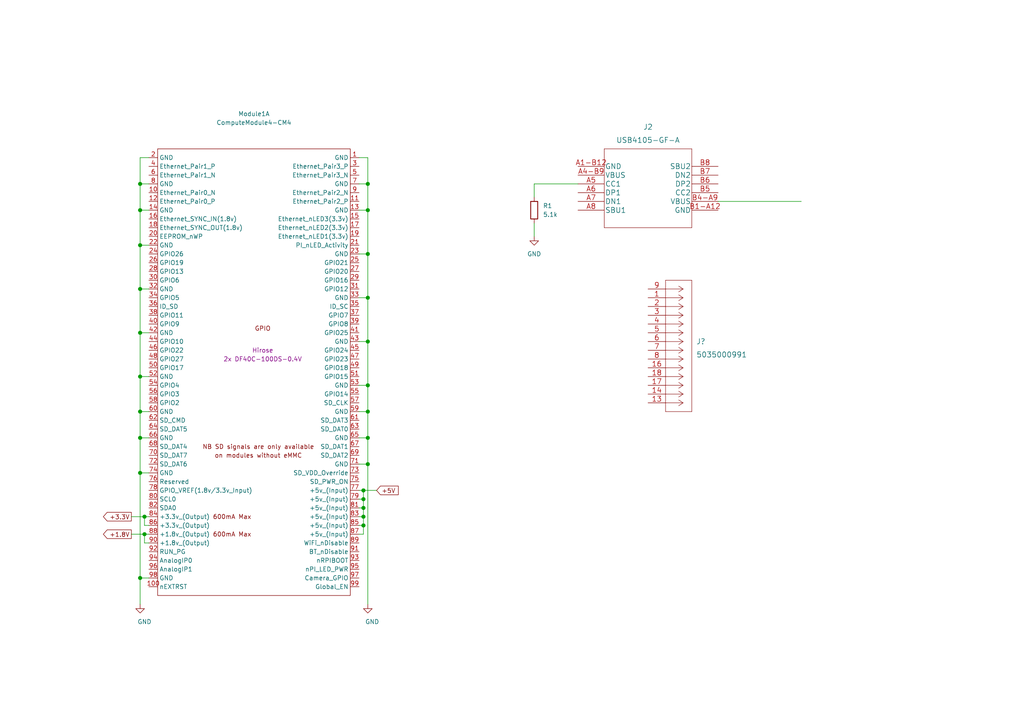
<source format=kicad_sch>
(kicad_sch (version 20211123) (generator eeschema)
  (paper "A4")
  (title_block (title "Raspberry Pi Compute Module 4 DVGrabber") (date "2022-05-10") (rev "v01") (comment 2 "creativecommons.org/licenses/by-sa/4.0") (comment 3 "License: CC BY 4.0") (comment 4 "Author: Ben Sumner"))
  (lib_symbols
    (symbol "5035000991:5035000991" (pin_names (offset 0.254) hide)
      (property "Reference" "J" (at 8.89 6.35 0))
      (property "Value" "5035000991" (at 10.16 -15.24 0))
      (symbol "5035000991_1_1"
        (polyline (pts (xy 5.08 -35.56) (xy 12.7 -35.56)) (stroke (width 0.127)))
        (polyline (pts (xy 5.08 2.54) (xy 5.08 -35.56)) (stroke (width 0.127)))
        (polyline (pts (xy 10.16 -33.02) (xy 5.08 -33.02)) (stroke (width 0.127)))
        (polyline (pts (xy 10.16 -33.02) (xy 8.89 -33.8582)) (stroke (width 0.127)))
        (polyline (pts (xy 10.16 -33.02) (xy 8.89 -32.1818)) (stroke (width 0.127)))
        (polyline (pts (xy 10.16 -30.48) (xy 5.08 -30.48)) (stroke (width 0.127)))
        (polyline (pts (xy 10.16 -30.48) (xy 8.89 -31.3182)) (stroke (width 0.127)))
        (polyline (pts (xy 10.16 -30.48) (xy 8.89 -29.6418)) (stroke (width 0.127)))
        (polyline (pts (xy 10.16 -27.94) (xy 5.08 -27.94)) (stroke (width 0.127)))
        (polyline (pts (xy 10.16 -27.94) (xy 8.89 -28.7782)) (stroke (width 0.127)))
        (polyline (pts (xy 10.16 -27.94) (xy 8.89 -27.1018)) (stroke (width 0.127)))
        (polyline (pts (xy 10.16 -25.4) (xy 5.08 -25.4)) (stroke (width 0.127)))
        (polyline (pts (xy 10.16 -25.4) (xy 8.89 -26.2382)) (stroke (width 0.127)))
        (polyline (pts (xy 10.16 -25.4) (xy 8.89 -24.5618)) (stroke (width 0.127)))
        (polyline (pts (xy 10.16 -22.86) (xy 5.08 -22.86)) (stroke (width 0.127)))
        (polyline (pts (xy 10.16 -22.86) (xy 8.89 -23.6982)) (stroke (width 0.127)))
        (polyline (pts (xy 10.16 -22.86) (xy 8.89 -22.0218)) (stroke (width 0.127)))
        (polyline (pts (xy 10.16 -20.32) (xy 5.08 -20.32)) (stroke (width 0.127)))
        (polyline (pts (xy 10.16 -20.32) (xy 8.89 -21.1582)) (stroke (width 0.127)))
        (polyline (pts (xy 10.16 -20.32) (xy 8.89 -19.4818)) (stroke (width 0.127)))
        (polyline (pts (xy 10.16 -17.78) (xy 5.08 -17.78)) (stroke (width 0.127)))
        (polyline (pts (xy 10.16 -17.78) (xy 8.89 -18.6182)) (stroke (width 0.127)))
        (polyline (pts (xy 10.16 -17.78) (xy 8.89 -16.9418)) (stroke (width 0.127)))
        (polyline (pts (xy 10.16 -15.24) (xy 5.08 -15.24)) (stroke (width 0.127)))
        (polyline (pts (xy 10.16 -15.24) (xy 8.89 -16.0782)) (stroke (width 0.127)))
        (polyline (pts (xy 10.16 -15.24) (xy 8.89 -14.4018)) (stroke (width 0.127)))
        (polyline (pts (xy 10.16 -12.7) (xy 5.08 -12.7)) (stroke (width 0.127)))
        (polyline (pts (xy 10.16 -12.7) (xy 8.89 -13.5382)) (stroke (width 0.127)))
        (polyline (pts (xy 10.16 -12.7) (xy 8.89 -11.8618)) (stroke (width 0.127)))
        (polyline (pts (xy 10.16 -10.16) (xy 5.08 -10.16)) (stroke (width 0.127)))
        (polyline (pts (xy 10.16 -10.16) (xy 8.89 -10.9982)) (stroke (width 0.127)))
        (polyline (pts (xy 10.16 -10.16) (xy 8.89 -9.3218)) (stroke (width 0.127)))
        (polyline (pts (xy 10.16 -7.62) (xy 5.08 -7.62)) (stroke (width 0.127)))
        (polyline (pts (xy 10.16 -7.62) (xy 8.89 -8.4582)) (stroke (width 0.127)))
        (polyline (pts (xy 10.16 -7.62) (xy 8.89 -6.7818)) (stroke (width 0.127)))
        (polyline (pts (xy 10.16 -5.08) (xy 5.08 -5.08)) (stroke (width 0.127)))
        (polyline (pts (xy 10.16 -5.08) (xy 8.89 -5.9182)) (stroke (width 0.127)))
        (polyline (pts (xy 10.16 -5.08) (xy 8.89 -4.2418)) (stroke (width 0.127)))
        (polyline (pts (xy 10.16 -2.54) (xy 5.08 -2.54)) (stroke (width 0.127)))
        (polyline (pts (xy 10.16 -2.54) (xy 8.89 -3.3782)) (stroke (width 0.127)))
        (polyline (pts (xy 10.16 -2.54) (xy 8.89 -1.7018)) (stroke (width 0.127)))
        (polyline (pts (xy 10.16 0) (xy 5.08 0)) (stroke (width 0.127)))
        (polyline (pts (xy 10.16 0) (xy 8.89 -0.8382)) (stroke (width 0.127)))
        (polyline (pts (xy 10.16 0) (xy 8.89 0.8382)) (stroke (width 0.127)))
        (polyline (pts (xy 12.7 -35.56) (xy 12.7 2.54)) (stroke (width 0.127)))
        (polyline (pts (xy 12.7 2.54) (xy 5.08 2.54)) (stroke (width 0.127)))
        (pin unspecified line (at 0 -2.54 0) (length 5.08) (name "1") (number "1"))
        (pin unspecified line (at 0 -33.02 0) (length 5.08) (name "13") (number "13"))
        (pin unspecified line (at 0 -30.48 0) (length 5.08) (name "14") (number "14"))
        (pin unspecified line (at 0 -22.86 0) (length 5.08) (name "16") (number "16"))
        (pin unspecified line (at 0 -27.94 0) (length 5.08) (name "17") (number "17"))
        (pin unspecified line (at 0 -25.4 0) (length 5.08) (name "18") (number "18"))
        (pin unspecified line (at 0 -5.08 0) (length 5.08) (name "2") (number "2"))
        (pin unspecified line (at 0 -7.62 0) (length 5.08) (name "3") (number "3"))
        (pin unspecified line (at 0 -10.16 0) (length 5.08) (name "4") (number "4"))
        (pin unspecified line (at 0 -12.7 0) (length 5.08) (name "5") (number "5"))
        (pin unspecified line (at 0 -15.24 0) (length 5.08) (name "6") (number "6"))
        (pin unspecified line (at 0 -17.78 0) (length 5.08) (name "7") (number "7"))
        (pin unspecified line (at 0 -20.32 0) (length 5.08) (name "8") (number "8"))
        (pin unspecified line (at 0 0 0) (length 5.08) (name "9") (number "9"))
      )
    )
    (symbol "CM4IO:ComputeModule4-CM4"
      (property "Reference" "Module" (at 113.03 -68.58 0))
      (property "Value" "ComputeModule4-CM4" (at 140.97 2.54 0))
      (property "Manufacturer" "Hirose" (at 0 0 0))
      (property "MPN" "2x DF40C-100DS-0.4V" (at 0 -2.54 0))
      (property "MPN (Alt)" "2x DF40HC(3.0)-100DS-0.4V" (at 0 0 0))
      (symbol "ComputeModule4-CM4_1_0"
        (text "GPIO" (at 0 6.35 0) (effects (font (size 1.27 1.27))))
      )
      (symbol "ComputeModule4-CM4_1_1"
        (rectangle (start -30.48 -71.12) (end 25.4 58.42))
        (text "600mA Max" (at -8.89 -53.34 0) (effects (font (size 1.27 1.27))))
        (text "600mA Max" (at -8.89 -48.26 0) (effects (font (size 1.27 1.27))))
        (text "NB SD signals are only available" (at -1.27 -27.94 0) (effects (font (size 1.27 1.27))))
        (text "on modules without eMMC" (at -1.27 -30.48 0) (effects (font (size 1.27 1.27))))
        (pin power_in line (at 27.94 55.88 180) (length 2.54) (name "GND") (number "1"))
        (pin passive line (at -33.02 45.72 0) (length 2.54) (name "Ethernet_Pair0_N") (number "10"))
        (pin output line (at -33.02 -68.58 0) (length 2.54) (name "nEXTRST") (number "100"))
        (pin passive line (at 27.94 43.18 180) (length 2.54) (name "Ethernet_Pair2_P") (number "11"))
        (pin passive line (at -33.02 43.18 0) (length 2.54) (name "Ethernet_Pair0_P") (number "12"))
        (pin power_in line (at 27.94 40.64 180) (length 2.54) (name "GND") (number "13"))
        (pin power_in line (at -33.02 40.64 0) (length 2.54) (name "GND") (number "14"))
        (pin output line (at 27.94 38.1 180) (length 2.54) (name "Ethernet_nLED3(3.3v)") (number "15"))
        (pin input line (at -33.02 38.1 0) (length 2.54) (name "Ethernet_SYNC_IN(1.8v)") (number "16"))
        (pin output line (at 27.94 35.56 180) (length 2.54) (name "Ethernet_nLED2(3.3v)") (number "17"))
        (pin input line (at -33.02 35.56 0) (length 2.54) (name "Ethernet_SYNC_OUT(1.8v)") (number "18"))
        (pin output line (at 27.94 33.02 180) (length 2.54) (name "Ethernet_nLED1(3.3v)") (number "19"))
        (pin power_in line (at -33.02 55.88 0) (length 2.54) (name "GND") (number "2"))
        (pin passive line (at -33.02 33.02 0) (length 2.54) (name "EEPROM_nWP") (number "20"))
        (pin open_collector line (at 27.94 30.48 180) (length 2.54) (name "PI_nLED_Activity") (number "21"))
        (pin power_in line (at -33.02 30.48 0) (length 2.54) (name "GND") (number "22"))
        (pin power_in line (at 27.94 27.94 180) (length 2.54) (name "GND") (number "23"))
        (pin passive line (at -33.02 27.94 0) (length 2.54) (name "GPIO26") (number "24"))
        (pin passive line (at 27.94 25.4 180) (length 2.54) (name "GPIO21") (number "25"))
        (pin passive line (at -33.02 25.4 0) (length 2.54) (name "GPIO19") (number "26"))
        (pin passive line (at 27.94 22.86 180) (length 2.54) (name "GPIO20") (number "27"))
        (pin passive line (at -33.02 22.86 0) (length 2.54) (name "GPIO13") (number "28"))
        (pin passive line (at 27.94 20.32 180) (length 2.54) (name "GPIO16") (number "29"))
        (pin passive line (at 27.94 53.34 180) (length 2.54) (name "Ethernet_Pair3_P") (number "3"))
        (pin passive line (at -33.02 20.32 0) (length 2.54) (name "GPIO6") (number "30"))
        (pin passive line (at 27.94 17.78 180) (length 2.54) (name "GPIO12") (number "31"))
        (pin power_in line (at -33.02 17.78 0) (length 2.54) (name "GND") (number "32"))
        (pin power_in line (at 27.94 15.24 180) (length 2.54) (name "GND") (number "33"))
        (pin passive line (at -33.02 15.24 0) (length 2.54) (name "GPIO5") (number "34"))
        (pin passive line (at 27.94 12.7 180) (length 2.54) (name "ID_SC") (number "35"))
        (pin passive line (at -33.02 12.7 0) (length 2.54) (name "ID_SD") (number "36"))
        (pin passive line (at 27.94 10.16 180) (length 2.54) (name "GPIO7") (number "37"))
        (pin passive line (at -33.02 10.16 0) (length 2.54) (name "GPIO11") (number "38"))
        (pin passive line (at 27.94 7.62 180) (length 2.54) (name "GPIO8") (number "39"))
        (pin passive line (at -33.02 53.34 0) (length 2.54) (name "Ethernet_Pair1_P") (number "4"))
        (pin passive line (at -33.02 7.62 0) (length 2.54) (name "GPIO9") (number "40"))
        (pin passive line (at 27.94 5.08 180) (length 2.54) (name "GPIO25") (number "41"))
        (pin power_in line (at -33.02 5.08 0) (length 2.54) (name "GND") (number "42"))
        (pin power_in line (at 27.94 2.54 180) (length 2.54) (name "GND") (number "43"))
        (pin passive line (at -33.02 2.54 0) (length 2.54) (name "GPIO10") (number "44"))
        (pin passive line (at 27.94 0 180) (length 2.54) (name "GPIO24") (number "45"))
        (pin passive line (at -33.02 0 0) (length 2.54) (name "GPIO22") (number "46"))
        (pin passive line (at 27.94 -2.54 180) (length 2.54) (name "GPIO23") (number "47"))
        (pin passive line (at -33.02 -2.54 0) (length 2.54) (name "GPIO27") (number "48"))
        (pin passive line (at 27.94 -5.08 180) (length 2.54) (name "GPIO18") (number "49"))
        (pin passive line (at 27.94 50.8 180) (length 2.54) (name "Ethernet_Pair3_N") (number "5"))
        (pin passive line (at -33.02 -5.08 0) (length 2.54) (name "GPIO17") (number "50"))
        (pin passive line (at 27.94 -7.62 180) (length 2.54) (name "GPIO15") (number "51"))
        (pin power_in line (at -33.02 -7.62 0) (length 2.54) (name "GND") (number "52"))
        (pin power_in line (at 27.94 -10.16 180) (length 2.54) (name "GND") (number "53"))
        (pin passive line (at -33.02 -10.16 0) (length 2.54) (name "GPIO4") (number "54"))
        (pin passive line (at 27.94 -12.7 180) (length 2.54) (name "GPIO14") (number "55"))
        (pin passive line (at -33.02 -12.7 0) (length 2.54) (name "GPIO3") (number "56"))
        (pin passive line (at 27.94 -15.24 180) (length 2.54) (name "SD_CLK") (number "57"))
        (pin passive line (at -33.02 -15.24 0) (length 2.54) (name "GPIO2") (number "58"))
        (pin power_in line (at 27.94 -17.78 180) (length 2.54) (name "GND") (number "59"))
        (pin passive line (at -33.02 50.8 0) (length 2.54) (name "Ethernet_Pair1_N") (number "6"))
        (pin power_in line (at -33.02 -17.78 0) (length 2.54) (name "GND") (number "60"))
        (pin passive line (at 27.94 -20.32 180) (length 2.54) (name "SD_DAT3") (number "61"))
        (pin passive line (at -33.02 -20.32 0) (length 2.54) (name "SD_CMD") (number "62"))
        (pin passive line (at 27.94 -22.86 180) (length 2.54) (name "SD_DAT0") (number "63"))
        (pin passive line (at -33.02 -22.86 0) (length 2.54) (name "SD_DAT5") (number "64"))
        (pin power_in line (at 27.94 -25.4 180) (length 2.54) (name "GND") (number "65"))
        (pin power_in line (at -33.02 -25.4 0) (length 2.54) (name "GND") (number "66"))
        (pin passive line (at 27.94 -27.94 180) (length 2.54) (name "SD_DAT1") (number "67"))
        (pin passive line (at -33.02 -27.94 0) (length 2.54) (name "SD_DAT4") (number "68"))
        (pin passive line (at 27.94 -30.48 180) (length 2.54) (name "SD_DAT2") (number "69"))
        (pin power_in line (at 27.94 48.26 180) (length 2.54) (name "GND") (number "7"))
        (pin passive line (at -33.02 -30.48 0) (length 2.54) (name "SD_DAT7") (number "70"))
        (pin power_in line (at 27.94 -33.02 180) (length 2.54) (name "GND") (number "71"))
        (pin passive line (at -33.02 -33.02 0) (length 2.54) (name "SD_DAT6") (number "72"))
        (pin input line (at 27.94 -35.56 180) (length 2.54) (name "SD_VDD_Override") (number "73"))
        (pin power_in line (at -33.02 -35.56 0) (length 2.54) (name "GND") (number "74"))
        (pin output line (at 27.94 -38.1 180) (length 2.54) (name "SD_PWR_ON") (number "75"))
        (pin passive line (at -33.02 -38.1 0) (length 2.54) (name "Reserved") (number "76"))
        (pin power_in line (at 27.94 -40.64 180) (length 2.54) (name "+5v_(Input)") (number "77"))
        (pin power_in line (at -33.02 -40.64 0) (length 2.54) (name "GPIO_VREF(1.8v/3.3v_Input)") (number "78"))
        (pin power_in line (at 27.94 -43.18 180) (length 2.54) (name "+5v_(Input)") (number "79"))
        (pin power_in line (at -33.02 48.26 0) (length 2.54) (name "GND") (number "8"))
        (pin passive line (at -33.02 -43.18 0) (length 2.54) (name "SCL0") (number "80"))
        (pin power_in line (at 27.94 -45.72 180) (length 2.54) (name "+5v_(Input)") (number "81"))
        (pin passive line (at -33.02 -45.72 0) (length 2.54) (name "SDA0") (number "82"))
        (pin power_in line (at 27.94 -48.26 180) (length 2.54) (name "+5v_(Input)") (number "83"))
        (pin power_out line (at -33.02 -48.26 0) (length 2.54) (name "+3.3v_(Output)") (number "84"))
        (pin power_in line (at 27.94 -50.8 180) (length 2.54) (name "+5v_(Input)") (number "85"))
        (pin power_out line (at -33.02 -50.8 0) (length 2.54) (name "+3.3v_(Output)") (number "86"))
        (pin power_in line (at 27.94 -53.34 180) (length 2.54) (name "+5v_(Input)") (number "87"))
        (pin power_out line (at -33.02 -53.34 0) (length 2.54) (name "+1.8v_(Output)") (number "88"))
        (pin power_in line (at 27.94 -55.88 180) (length 2.54) (name "WiFi_nDisable") (number "89"))
        (pin passive line (at 27.94 45.72 180) (length 2.54) (name "Ethernet_Pair2_N") (number "9"))
        (pin power_out line (at -33.02 -55.88 0) (length 2.54) (name "+1.8v_(Output)") (number "90"))
        (pin power_in line (at 27.94 -58.42 180) (length 2.54) (name "BT_nDisable") (number "91"))
        (pin passive line (at -33.02 -58.42 0) (length 2.54) (name "RUN_PG") (number "92"))
        (pin input line (at 27.94 -60.96 180) (length 2.54) (name "nRPIBOOT") (number "93"))
        (pin passive line (at -33.02 -60.96 0) (length 2.54) (name "AnalogIP0") (number "94"))
        (pin output line (at 27.94 -63.5 180) (length 2.54) (name "nPI_LED_PWR") (number "95"))
        (pin passive line (at -33.02 -63.5 0) (length 2.54) (name "AnalogIP1") (number "96"))
        (pin passive line (at 27.94 -66.04 180) (length 2.54) (name "Camera_GPIO") (number "97"))
        (pin power_in line (at -33.02 -66.04 0) (length 2.54) (name "GND") (number "98"))
        (pin input line (at 27.94 -68.58 180) (length 2.54) (name "Global_EN") (number "99"))
      )
      (symbol "ComputeModule4-CM4_2_1"
        (rectangle (start 114.3 -66.04) (end 165.1 63.5))
        (text "High Speed Serial" (at 140.97 0 0) (effects (font (size 1.27 1.27))))
        (pin input line (at 170.18 60.96 180) (length 5.08) (name "USB_OTG_ID") (number "101"))
        (pin input line (at 109.22 60.96 0) (length 5.08) (name "PCIe_CLK_nREQ") (number "102"))
        (pin passive line (at 170.18 58.42 180) (length 5.08) (name "USB2_N") (number "103"))
        (pin passive line (at 109.22 58.42 0) (length 5.08) (name "Reserved") (number "104"))
        (pin passive line (at 170.18 55.88 180) (length 5.08) (name "USB2_P") (number "105"))
        (pin passive line (at 109.22 55.88 0) (length 5.08) (name "Reserved") (number "106"))
        (pin power_in line (at 170.18 53.34 180) (length 5.08) (name "GND") (number "107"))
        (pin power_in line (at 109.22 53.34 0) (length 5.08) (name "GND") (number "108"))
        (pin bidirectional line (at 170.18 50.8 180) (length 5.08) (name "PCIe_nRST") (number "109"))
        (pin output line (at 109.22 50.8 0) (length 5.08) (name "PCIe_CLK_P") (number "110"))
        (pin passive line (at 170.18 48.26 180) (length 5.08) (name "VDAC_COMP") (number "111"))
        (pin output line (at 109.22 48.26 0) (length 5.08) (name "PCIe_CLK_N") (number "112"))
        (pin power_in line (at 170.18 45.72 180) (length 5.08) (name "GND") (number "113"))
        (pin power_in line (at 109.22 45.72 0) (length 5.08) (name "GND") (number "114"))
        (pin input line (at 170.18 43.18 180) (length 5.08) (name "CAM1_D0_N") (number "115"))
        (pin input line (at 109.22 43.18 0) (length 5.08) (name "PCIe_RX_P") (number "116"))
        (pin input line (at 170.18 40.64 180) (length 5.08) (name "CAM1_D0_P") (number "117"))
        (pin input line (at 109.22 40.64 0) (length 5.08) (name "PCIe_RX_N") (number "118"))
        (pin power_in line (at 170.18 38.1 180) (length 5.08) (name "GND") (number "119"))
        (pin power_in line (at 109.22 38.1 0) (length 5.08) (name "GND") (number "120"))
        (pin input line (at 170.18 35.56 180) (length 5.08) (name "CAM1_D1_N") (number "121"))
        (pin output line (at 109.22 35.56 0) (length 5.08) (name "PCIe_TX_P") (number "122"))
        (pin input line (at 170.18 33.02 180) (length 5.08) (name "CAM1_D1_P") (number "123"))
        (pin output line (at 109.22 33.02 0) (length 5.08) (name "PCIe_TX_N") (number "124"))
        (pin power_in line (at 170.18 30.48 180) (length 5.08) (name "GND") (number "125"))
        (pin power_in line (at 109.22 30.48 0) (length 5.08) (name "GND") (number "126"))
        (pin input line (at 170.18 27.94 180) (length 5.08) (name "CAM1_C_N") (number "127"))
        (pin input line (at 109.22 27.94 0) (length 5.08) (name "CAM0_D0_N") (number "128"))
        (pin input line (at 170.18 25.4 180) (length 5.08) (name "CAM1_C_P") (number "129"))
        (pin input line (at 109.22 25.4 0) (length 5.08) (name "CAM0_D0_P") (number "130"))
        (pin power_in line (at 170.18 22.86 180) (length 5.08) (name "GND") (number "131"))
        (pin power_in line (at 109.22 22.86 0) (length 5.08) (name "GND") (number "132"))
        (pin input line (at 170.18 20.32 180) (length 5.08) (name "CAM1_D2_N") (number "133"))
        (pin input line (at 109.22 20.32 0) (length 5.08) (name "CAM0_D1_N") (number "134"))
        (pin input line (at 170.18 17.78 180) (length 5.08) (name "CAM1_D2_P") (number "135"))
        (pin input line (at 109.22 17.78 0) (length 5.08) (name "CAM0_D1_P") (number "136"))
        (pin power_in line (at 170.18 15.24 180) (length 5.08) (name "GND") (number "137"))
        (pin power_in line (at 109.22 15.24 0) (length 5.08) (name "GND") (number "138"))
        (pin input line (at 170.18 12.7 180) (length 5.08) (name "CAM1_D3_N") (number "139"))
        (pin input line (at 109.22 12.7 0) (length 5.08) (name "CAM0_C_N") (number "140"))
        (pin input line (at 170.18 10.16 180) (length 5.08) (name "CAM1_D3_P") (number "141"))
        (pin input line (at 109.22 10.16 0) (length 5.08) (name "CAM0_C_P") (number "142"))
        (pin input line (at 170.18 7.62 180) (length 5.08) (name "HDMI1_HOTPLUG") (number "143"))
        (pin power_in line (at 109.22 7.62 0) (length 5.08) (name "GND") (number "144"))
        (pin bidirectional line (at 170.18 5.08 180) (length 5.08) (name "HDMI1_SDA") (number "145"))
        (pin output line (at 109.22 5.08 0) (length 5.08) (name "HDMI1_TX2_P") (number "146"))
        (pin open_collector line (at 170.18 2.54 180) (length 5.08) (name "HDMI1_SCL") (number "147"))
        (pin output line (at 109.22 2.54 0) (length 5.08) (name "HDMI1_TX2_N") (number "148"))
        (pin open_collector line (at 170.18 0 180) (length 5.08) (name "HDMI1_CEC") (number "149"))
        (pin power_in line (at 109.22 0 0) (length 5.08) (name "GND") (number "150"))
        (pin open_collector line (at 170.18 -2.54 180) (length 5.08) (name "HDMI0_CEC") (number "151"))
        (pin output line (at 109.22 -2.54 0) (length 5.08) (name "HDMI1_TX1_P") (number "152"))
        (pin input line (at 170.18 -5.08 180) (length 5.08) (name "HDMI0_HOTPLUG") (number "153"))
        (pin output line (at 109.22 -5.08 0) (length 5.08) (name "HDMI1_TX1_N") (number "154"))
        (pin power_in line (at 170.18 -7.62 180) (length 5.08) (name "GND") (number "155"))
        (pin power_in line (at 109.22 -7.62 0) (length 5.08) (name "GND") (number "156"))
        (pin output line (at 170.18 -10.16 180) (length 5.08) (name "DSI0_D0_N") (number "157"))
        (pin output line (at 109.22 -10.16 0) (length 5.08) (name "HDMI1_TX0_P") (number "158"))
        (pin output line (at 170.18 -12.7 180) (length 5.08) (name "DSI0_D0_P") (number "159"))
        (pin output line (at 109.22 -12.7 0) (length 5.08) (name "HDMI1_TX0_N") (number "160"))
        (pin power_in line (at 170.18 -15.24 180) (length 5.08) (name "GND") (number "161"))
        (pin power_in line (at 109.22 -15.24 0) (length 5.08) (name "GND") (number "162"))
        (pin output line (at 170.18 -17.78 180) (length 5.08) (name "DSI0_D1_N") (number "163"))
        (pin output line (at 109.22 -17.78 0) (length 5.08) (name "HDMI1_CLK_P") (number "164"))
        (pin output line (at 170.18 -20.32 180) (length 5.08) (name "DSI0_D1_P") (number "165"))
        (pin output line (at 109.22 -20.32 0) (length 5.08) (name "HDMI1_CLK_N") (number "166"))
        (pin power_in line (at 170.18 -22.86 180) (length 5.08) (name "GND") (number "167"))
        (pin power_in line (at 109.22 -22.86 0) (length 5.08) (name "GND") (number "168"))
        (pin output line (at 170.18 -25.4 180) (length 5.08) (name "DSI0_C_N") (number "169"))
        (pin output line (at 109.22 -25.4 0) (length 5.08) (name "HDMI0_TX2_P") (number "170"))
        (pin output line (at 170.18 -27.94 180) (length 5.08) (name "DSI0_C_P") (number "171"))
        (pin output line (at 109.22 -27.94 0) (length 5.08) (name "HDMI0_TX2_N") (number "172"))
        (pin power_in line (at 170.18 -30.48 180) (length 5.08) (name "GND") (number "173"))
        (pin power_in line (at 109.22 -30.48 0) (length 5.08) (name "GND") (number "174"))
        (pin output line (at 170.18 -33.02 180) (length 5.08) (name "DSI1_D0_N") (number "175"))
        (pin output line (at 109.22 -33.02 0) (length 5.08) (name "HDMI0_TX1_P") (number "176"))
        (pin output line (at 170.18 -35.56 180) (length 5.08) (name "DSI1_D0_P") (number "177"))
        (pin output line (at 109.22 -35.56 0) (length 5.08) (name "HDMI0_TX1_N") (number "178"))
        (pin power_in line (at 170.18 -38.1 180) (length 5.08) (name "GND") (number "179"))
        (pin power_in line (at 109.22 -38.1 0) (length 5.08) (name "GND") (number "180"))
        (pin output line (at 170.18 -40.64 180) (length 5.08) (name "DSI1_D1_N") (number "181"))
        (pin output line (at 109.22 -40.64 0) (length 5.08) (name "HDMI0_TX0_P") (number "182"))
        (pin output line (at 170.18 -43.18 180) (length 5.08) (name "DSI1_D1_P") (number "183"))
        (pin output line (at 109.22 -43.18 0) (length 5.08) (name "HDMI0_TX0_N") (number "184"))
        (pin power_in line (at 170.18 -45.72 180) (length 5.08) (name "GND") (number "185"))
        (pin power_in line (at 109.22 -45.72 0) (length 5.08) (name "GND") (number "186"))
        (pin output line (at 170.18 -48.26 180) (length 5.08) (name "DSI1_C_N") (number "187"))
        (pin output line (at 109.22 -48.26 0) (length 5.08) (name "HDMI0_CLK_P") (number "188"))
        (pin output line (at 170.18 -50.8 180) (length 5.08) (name "DSI1_C_P") (number "189"))
        (pin output line (at 109.22 -50.8 0) (length 5.08) (name "HDMI0_CLK_N") (number "190"))
        (pin power_in line (at 170.18 -53.34 180) (length 5.08) (name "GND") (number "191"))
        (pin power_in line (at 109.22 -53.34 0) (length 5.08) (name "GND") (number "192"))
        (pin output line (at 170.18 -55.88 180) (length 5.08) (name "DSI1_D2_N") (number "193"))
        (pin output line (at 109.22 -55.88 0) (length 5.08) (name "DSI1_D3_N") (number "194"))
        (pin output line (at 170.18 -58.42 180) (length 5.08) (name "DSI1_D2_P") (number "195"))
        (pin output line (at 109.22 -58.42 0) (length 5.08) (name "DSI1_D3_P") (number "196"))
        (pin power_in line (at 170.18 -60.96 180) (length 5.08) (name "GND") (number "197"))
        (pin power_in line (at 109.22 -60.96 0) (length 5.08) (name "GND") (number "198"))
        (pin bidirectional line (at 170.18 -63.5 180) (length 5.08) (name "HDMI0_SDA") (number "199"))
        (pin open_collector line (at 109.22 -63.5 0) (length 5.08) (name "HDMI0_SCL") (number "200"))
      )
    )
    (symbol "Device:R" (pin_numbers hide) (pin_names (offset 0))
      (property "Reference" "R" (at 2.032 0 90))
      (property "Value" "R" (at 0 0 90))
      (symbol "R_0_1"
        (rectangle (start -1.016 -2.54) (end 1.016 2.54) (stroke (width 0.254)))
      )
      (symbol "R_1_1"
        (pin passive line (at 0 3.81 270) (length 1.27) (name "~") (number "1"))
        (pin passive line (at 0 -3.81 90) (length 1.27) (name "~") (number "2"))
      )
    )
    (symbol "USB4105-GF-A:USB4105-GF-A" (pin_names (offset 0.254))
      (property "Reference" "J" (at 20.32 10.16 0))
      (property "Value" "USB4105-GF-A" (at 20.32 7.62 0))
      (symbol "USB4105-GF-A_1_1"
        (polyline (pts (xy 7.62 -17.78) (xy 33.02 -17.78)) (stroke (width 0.127)))
        (polyline (pts (xy 7.62 5.08) (xy 7.62 -17.78)) (stroke (width 0.127)))
        (polyline (pts (xy 33.02 -17.78) (xy 33.02 5.08)) (stroke (width 0.127)))
        (polyline (pts (xy 33.02 5.08) (xy 7.62 5.08)) (stroke (width 0.127)))
        (pin power_in line (at 0 0 0) (length 7.62) (name "GND") (number "A1-B12"))
        (pin power_in line (at 0 -2.54 0) (length 7.62) (name "VBUS") (number "A4-B9"))
        (pin bidirectional line (at 0 -5.08 0) (length 7.62) (name "CC1") (number "A5"))
        (pin bidirectional line (at 0 -7.62 0) (length 7.62) (name "DP1") (number "A6"))
        (pin bidirectional line (at 0 -10.16 0) (length 7.62) (name "DN1") (number "A7"))
        (pin bidirectional line (at 0 -12.7 0) (length 7.62) (name "SBU1") (number "A8"))
        (pin power_in line (at 40.64 -12.7 180) (length 7.62) (name "GND") (number "B1-A12"))
        (pin power_in line (at 40.64 -10.16 180) (length 7.62) (name "VBUS") (number "B4-A9"))
        (pin bidirectional line (at 40.64 -7.62 180) (length 7.62) (name "CC2") (number "B5"))
        (pin bidirectional line (at 40.64 -5.08 180) (length 7.62) (name "DP2") (number "B6"))
        (pin bidirectional line (at 40.64 -2.54 180) (length 7.62) (name "DN2") (number "B7"))
        (pin bidirectional line (at 40.64 0 180) (length 7.62) (name "SBU2") (number "B8"))
      )
    )
    (symbol "power:GND" (power) (pin_names (offset 0))
      (property "Value" "GND" (at 0 -3.81 0))
      (symbol "GND_0_1"
        (polyline (pts (xy 0 0) (xy 0 -1.27) (xy 1.27 -1.27) (xy 0 -2.54) (xy -1.27 -1.27) (xy 0 -1.27)))
      )
      (symbol "GND_1_1"
        (pin power_in line (at 0 0 270) (length 0) hide (name "GND") (number "1"))
      )
    )
  )
  (junction (at 106.68 119.38) (diameter 1.016))
  (junction (at 40.64 53.34) (diameter 1.016))
  (junction (at 41.91 154.94) (diameter 1.016))
  (junction (at 105.41 149.86) (diameter 1.016))
  (junction (at 40.64 167.64) (diameter 1.016))
  (junction (at 106.68 111.76) (diameter 1.016))
  (junction (at 105.41 152.4) (diameter 1.016))
  (junction (at 40.64 109.22) (diameter 1.016))
  (junction (at 41.91 149.86) (diameter 1.016))
  (junction (at 40.64 137.16) (diameter 1.016))
  (junction (at 105.41 142.24) (diameter 1.016))
  (junction (at 40.64 119.38) (diameter 1.016))
  (junction (at 106.68 73.66) (diameter 1.016))
  (junction (at 106.68 99.06) (diameter 1.016))
  (junction (at 40.64 96.52) (diameter 1.016))
  (junction (at 40.64 83.82) (diameter 1.016))
  (junction (at 40.64 71.12) (diameter 1.016))
  (junction (at 40.64 60.96) (diameter 1.016))
  (junction (at 40.64 127) (diameter 1.016))
  (junction (at 106.68 86.36) (diameter 1.016))
  (junction (at 106.68 60.96) (diameter 1.016))
  (junction (at 106.68 53.34) (diameter 1.016))
  (junction (at 106.68 127) (diameter 1.016))
  (junction (at 105.41 144.78) (diameter 1.016))
  (junction (at 106.68 134.62) (diameter 1.016))
  (junction (at 105.41 147.32) (diameter 1.016))
  (wire (pts (xy 106.68 60.96) (xy 106.68 73.66)))
  (wire (pts (xy 104.14 152.4) (xy 105.41 152.4)))
  (wire (pts (xy 106.68 134.62) (xy 106.68 175.26)))
  (wire (pts (xy 40.64 127) (xy 40.64 137.16)))
  (wire (pts (xy 105.41 142.24) (xy 109.22 142.24)))
  (wire (pts (xy 43.18 152.4) (xy 41.91 152.4)))
  (wire (pts (xy 106.68 127) (xy 106.68 134.62)))
  (wire (pts (xy 40.64 109.22) (xy 40.64 119.38)))
  (wire (pts (xy 106.68 99.06) (xy 106.68 111.76)))
  (wire (pts (xy 104.14 149.86) (xy 105.41 149.86)))
  (wire (pts (xy 106.68 53.34) (xy 106.68 60.96)))
  (wire (pts (xy 105.41 149.86) (xy 105.41 147.32)))
  (wire (pts (xy 41.91 149.86) (xy 43.18 149.86)))
  (wire (pts (xy 104.14 111.76) (xy 106.68 111.76)))
  (wire (pts (xy 40.64 45.72) (xy 40.64 53.34)))
  (wire (pts (xy 40.64 83.82) (xy 43.18 83.82)))
  (wire (pts (xy 106.68 45.72) (xy 106.68 53.34)))
  (wire (pts (xy 38.1 154.94) (xy 41.91 154.94)))
  (wire (pts (xy 40.64 53.34) (xy 40.64 60.96)))
  (wire (pts (xy 104.14 142.24) (xy 105.41 142.24)))
  (wire (pts (xy 106.68 119.38) (xy 106.68 127)))
  (wire (pts (xy 40.64 83.82) (xy 40.64 96.52)))
  (wire (pts (xy 40.64 109.22) (xy 43.18 109.22)))
  (wire (pts (xy 106.68 111.76) (xy 106.68 119.38)))
  (wire (pts (xy 40.64 96.52) (xy 40.64 109.22)))
  (wire (pts (xy 40.64 53.34) (xy 43.18 53.34)))
  (wire (pts (xy 41.91 152.4) (xy 41.91 149.86)))
  (wire (pts (xy 104.14 60.96) (xy 106.68 60.96)))
  (wire (pts (xy 40.64 96.52) (xy 43.18 96.52)))
  (wire (pts (xy 40.64 119.38) (xy 40.64 127)))
  (wire (pts (xy 104.14 73.66) (xy 106.68 73.66)))
  (wire (pts (xy 104.14 45.72) (xy 106.68 45.72)))
  (wire (pts (xy 40.64 60.96) (xy 43.18 60.96)))
  (wire (pts (xy 167.64 53.34) (xy 154.94 53.34)))
  (wire (pts (xy 104.14 119.38) (xy 106.68 119.38)))
  (wire (pts (xy 104.14 154.94) (xy 105.41 154.94)))
  (wire (pts (xy 154.94 53.34) (xy 154.94 57.15)))
  (wire (pts (xy 41.91 157.48) (xy 41.91 154.94)))
  (wire (pts (xy 104.14 134.62) (xy 106.68 134.62)))
  (wire (pts (xy 40.64 167.64) (xy 43.18 167.64)))
  (wire (pts (xy 40.64 167.64) (xy 40.64 175.26)))
  (wire (pts (xy 106.68 86.36) (xy 106.68 99.06)))
  (wire (pts (xy 106.68 73.66) (xy 106.68 86.36)))
  (wire (pts (xy 40.64 71.12) (xy 43.18 71.12)))
  (wire (pts (xy 104.14 144.78) (xy 105.41 144.78)))
  (wire (pts (xy 43.18 45.72) (xy 40.64 45.72)))
  (wire (pts (xy 104.14 127) (xy 106.68 127)))
  (wire (pts (xy 40.64 137.16) (xy 40.64 167.64)))
  (wire (pts (xy 104.14 147.32) (xy 105.41 147.32)))
  (wire (pts (xy 40.64 137.16) (xy 43.18 137.16)))
  (wire (pts (xy 105.41 154.94) (xy 105.41 152.4)))
  (wire (pts (xy 40.64 71.12) (xy 40.64 83.82)))
  (wire (pts (xy 104.14 99.06) (xy 106.68 99.06)))
  (wire (pts (xy 40.64 127) (xy 43.18 127)))
  (wire (pts (xy 105.41 152.4) (xy 105.41 149.86)))
  (wire (pts (xy 105.41 144.78) (xy 105.41 142.24)))
  (wire (pts (xy 43.18 157.48) (xy 41.91 157.48)))
  (wire (pts (xy 154.94 64.77) (xy 154.94 68.58)))
  (wire (pts (xy 104.14 86.36) (xy 106.68 86.36)))
  (wire (pts (xy 105.41 147.32) (xy 105.41 144.78)))
  (wire (pts (xy 41.91 154.94) (xy 43.18 154.94)))
  (wire (pts (xy 40.64 60.96) (xy 40.64 71.12)))
  (wire (pts (xy 208.28 58.42) (xy 232.41 58.42)))
  (wire (pts (xy 40.64 119.38) (xy 43.18 119.38)))
  (wire (pts (xy 38.1 149.86) (xy 41.91 149.86)))
  (wire (pts (xy 104.14 53.34) (xy 106.68 53.34)))
  (global_label "+3.3V" (shape output) (at 38.1 149.86 180) (property "Intersheet References" "${INTERSHEET_REFS}" (effects hide)))
  (global_label "+5V" (shape input) (at 109.22 142.24 0) (property "Intersheet References" "${INTERSHEET_REFS}" (effects hide)))
  (global_label "+1.8V" (shape output) (at 38.1 154.94 180) (property "Intersheet References" "${INTERSHEET_REFS}" (effects hide)))
  (symbol (lib_id "power:GND") (at 40.64 175.26 0) (unit 1)
    (property "Reference" "#PWR?" (effects hide))
    (property "Value" "GND" (at 41.91 180.34 0))
  )
  (symbol (lib_id "power:GND") (at 106.68 175.26 0) (unit 1)
    (property "Reference" "#PWR?" (effects hide))
    (property "Value" "GND" (at 107.95 180.34 0))
  )
  (symbol (lib_id "USB4105-GF-A:USB4105-GF-A") (at 167.64 48.26 0) (unit 1)
    (property "Reference" "J2" (at 187.96 36.83 0) (effects (font (size 1.524 1.524))))
    (property "Value" "USB4105-GF-A" (at 187.96 40.64 0) (effects (font (size 1.524 1.524))))
    (property "Footprint" "USB4105-GF-A:USB4105-GF-A" (effects hide))
    (property "Manufacturer" "GCT" (effects hide))
    (property "MPN" "USB4105-GF-A" (effects hide))
    (property "Digi-Key_PN" "2073-USB4105-GF-ACT-ND" (effects hide))
  )
  (symbol (lib_id "CM4IO:ComputeModule4-CM4") (at 76.2 101.6 0) (unit 1)
    (property "Reference" "Module1" (at 73.66 33.02 0))
    (property "Value" "ComputeModule4-CM4" (at 73.66 35.56 0))
    (property "Footprint" "CM4IO:Raspberry-Pi-4-Compute-Module" (effects hide))
    (property "Manufacturer" "Hirose" (at 76.2 101.6 0))
    (property "MPN" "2x DF40C-100DS-0.4V" (at 76.2 104.14 0))
    (property "Digi-Key_PN" "2x H11615CT-ND" (effects hide))
    (property "Digi-Key_PN (Alt)" "2x H124602CT-ND" (effects hide))
  )
  (symbol (lib_id "Device:R") (at 154.94 60.96 0) (unit 1)
    (property "Reference" "R1" (at 157.48 59.6899 0) (effects (justify left)))
    (property "Value" "5.1k" (at 157.48 62.2299 0) (effects (justify left)))
  )
  (symbol (lib_id "power:GND") (at 154.94 68.58 0) (unit 1)
    (property "Reference" "#PWR?" (effects hide))
    (property "Value" "GND" (at 154.94 73.66 0))
  )
  (symbol (lib_id "5035000991:5035000991") (at 187.96 83.82 0) (unit 1)
    (property "Reference" "J?" (at 201.93 99.06 0) (effects (font (size 1.524 1.524)) (justify left)))
    (property "Value" "5035000991" (at 201.93 102.87 0) (effects (font (size 1.524 1.524)) (justify left)))
    (property "Footprint" "5035000991:5035000991" (effects hide))
  )
)
</source>
